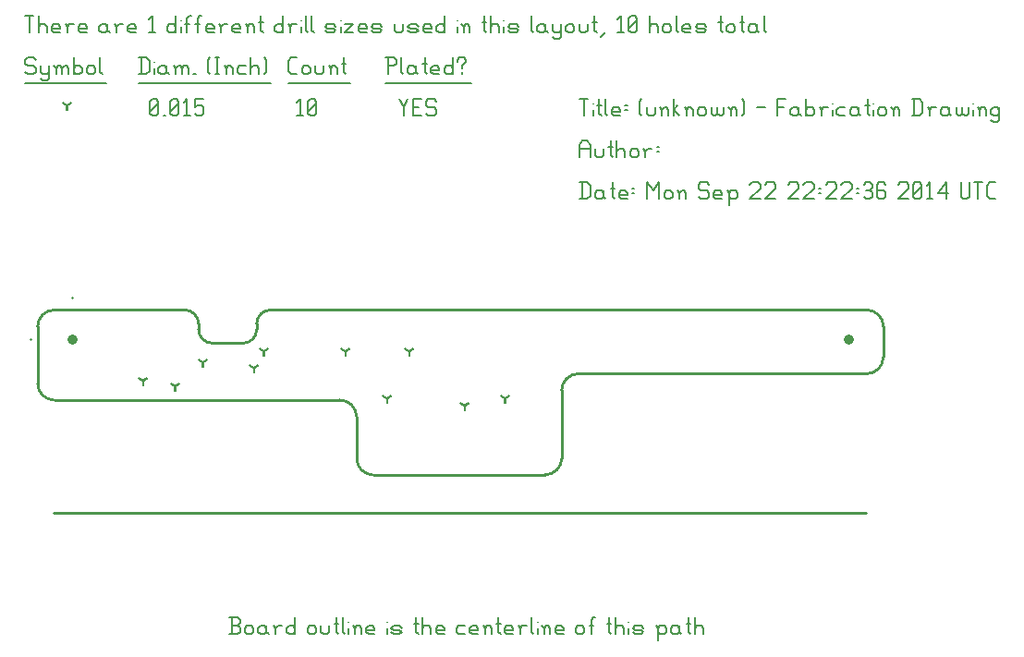
<source format=gbr>
G04 start of page 13 for group -3984 idx -3984 *
G04 Title: (unknown), fab *
G04 Creator: pcb 20110918 *
G04 CreationDate: Mon Sep 22 22:22:36 2014 UTC *
G04 For: fosse *
G04 Format: Gerber/RS-274X *
G04 PCB-Dimensions: 320000 125000 *
G04 PCB-Coordinate-Origin: lower left *
%MOIN*%
%FSLAX25Y25*%
%LNFAB*%
%ADD55C,0.0100*%
%ADD54C,0.0075*%
%ADD53C,0.0060*%
%ADD52C,0.0001*%
%ADD51R,0.0080X0.0080*%
G54D51*X158500Y73000D02*Y71400D01*
G54D52*G36*
X157954Y73147D02*X160033Y74346D01*
X160433Y73653D01*
X158353Y72454D01*
X157954Y73147D01*
G37*
G36*
X158647Y72454D02*X156567Y73653D01*
X156967Y74346D01*
X159046Y73147D01*
X158647Y72454D01*
G37*
G54D51*X173000Y75500D02*Y73900D01*
G54D52*G36*
X172454Y75647D02*X174533Y76846D01*
X174933Y76153D01*
X172853Y74954D01*
X172454Y75647D01*
G37*
G36*
X173147Y74954D02*X171067Y76153D01*
X171467Y76846D01*
X173546Y75647D01*
X173147Y74954D01*
G37*
G54D51*X138500Y92500D02*Y90900D01*
G54D52*G36*
X137954Y92647D02*X140033Y93846D01*
X140433Y93153D01*
X138353Y91954D01*
X137954Y92647D01*
G37*
G36*
X138647Y91954D02*X136567Y93153D01*
X136967Y93846D01*
X139046Y92647D01*
X138647Y91954D01*
G37*
G54D51*X115500Y92500D02*Y90900D01*
G54D52*G36*
X114954Y92647D02*X117033Y93846D01*
X117433Y93153D01*
X115353Y91954D01*
X114954Y92647D01*
G37*
G36*
X115647Y91954D02*X113567Y93153D01*
X113967Y93846D01*
X116046Y92647D01*
X115647Y91954D01*
G37*
G54D51*X86000Y92500D02*Y90900D01*
G54D52*G36*
X85454Y92647D02*X87533Y93846D01*
X87933Y93153D01*
X85853Y91954D01*
X85454Y92647D01*
G37*
G36*
X86147Y91954D02*X84067Y93153D01*
X84467Y93846D01*
X86546Y92647D01*
X86147Y91954D01*
G37*
G54D51*X130500Y75500D02*Y73900D01*
G54D52*G36*
X129954Y75647D02*X132033Y76846D01*
X132433Y76153D01*
X130353Y74954D01*
X129954Y75647D01*
G37*
G36*
X130647Y74954D02*X128567Y76153D01*
X128967Y76846D01*
X131046Y75647D01*
X130647Y74954D01*
G37*
G54D51*X54000Y80000D02*Y78400D01*
G54D52*G36*
X53454Y80147D02*X55533Y81346D01*
X55933Y80653D01*
X53853Y79454D01*
X53454Y80147D01*
G37*
G36*
X54147Y79454D02*X52067Y80653D01*
X52467Y81346D01*
X54546Y80147D01*
X54147Y79454D01*
G37*
G54D51*X82500Y86500D02*Y84900D01*
G54D52*G36*
X81954Y86647D02*X84033Y87846D01*
X84433Y87153D01*
X82353Y85954D01*
X81954Y86647D01*
G37*
G36*
X82647Y85954D02*X80567Y87153D01*
X80967Y87846D01*
X83046Y86647D01*
X82647Y85954D01*
G37*
G54D51*X42500Y82000D02*Y80400D01*
G54D52*G36*
X41954Y82147D02*X44033Y83346D01*
X44433Y82653D01*
X42353Y81454D01*
X41954Y82147D01*
G37*
G36*
X42647Y81454D02*X40567Y82653D01*
X40967Y83346D01*
X43046Y82147D01*
X42647Y81454D01*
G37*
G54D51*X64000Y88500D02*Y86900D01*
G54D52*G36*
X63454Y88647D02*X65533Y89846D01*
X65933Y89153D01*
X63853Y87954D01*
X63454Y88647D01*
G37*
G36*
X64147Y87954D02*X62067Y89153D01*
X62467Y89846D01*
X64546Y88647D01*
X64147Y87954D01*
G37*
G54D51*X15000Y181250D02*Y179650D01*
G54D52*G36*
X14454Y181397D02*X16533Y182596D01*
X16933Y181903D01*
X14853Y180704D01*
X14454Y181397D01*
G37*
G36*
X15147Y180704D02*X13067Y181903D01*
X13467Y182596D01*
X15546Y181397D01*
X15147Y180704D01*
G37*
G54D53*X135000Y183500D02*X136500Y180500D01*
X138000Y183500D01*
X136500Y180500D02*Y177500D01*
X139800Y180800D02*X142050D01*
X139800Y177500D02*X142800D01*
X139800Y183500D02*Y177500D01*
Y183500D02*X142800D01*
X147600D02*X148350Y182750D01*
X145350Y183500D02*X147600D01*
X144600Y182750D02*X145350Y183500D01*
X144600Y182750D02*Y181250D01*
X145350Y180500D01*
X147600D01*
X148350Y179750D01*
Y178250D01*
X147600Y177500D02*X148350Y178250D01*
X145350Y177500D02*X147600D01*
X144600Y178250D02*X145350Y177500D01*
X98000Y182300D02*X99200Y183500D01*
Y177500D01*
X98000D02*X100250D01*
X102050Y178250D02*X102800Y177500D01*
X102050Y182750D02*Y178250D01*
Y182750D02*X102800Y183500D01*
X104300D01*
X105050Y182750D01*
Y178250D01*
X104300Y177500D02*X105050Y178250D01*
X102800Y177500D02*X104300D01*
X102050Y179000D02*X105050Y182000D01*
X45000Y178250D02*X45750Y177500D01*
X45000Y182750D02*Y178250D01*
Y182750D02*X45750Y183500D01*
X47250D01*
X48000Y182750D01*
Y178250D01*
X47250Y177500D02*X48000Y178250D01*
X45750Y177500D02*X47250D01*
X45000Y179000D02*X48000Y182000D01*
X49800Y177500D02*X50550D01*
X52350Y178250D02*X53100Y177500D01*
X52350Y182750D02*Y178250D01*
Y182750D02*X53100Y183500D01*
X54600D01*
X55350Y182750D01*
Y178250D01*
X54600Y177500D02*X55350Y178250D01*
X53100Y177500D02*X54600D01*
X52350Y179000D02*X55350Y182000D01*
X57150Y182300D02*X58350Y183500D01*
Y177500D01*
X57150D02*X59400D01*
X61200Y183500D02*X64200D01*
X61200D02*Y180500D01*
X61950Y181250D01*
X63450D01*
X64200Y180500D01*
Y178250D01*
X63450Y177500D02*X64200Y178250D01*
X61950Y177500D02*X63450D01*
X61200Y178250D02*X61950Y177500D01*
X3000Y198500D02*X3750Y197750D01*
X750Y198500D02*X3000D01*
X0Y197750D02*X750Y198500D01*
X0Y197750D02*Y196250D01*
X750Y195500D01*
X3000D01*
X3750Y194750D01*
Y193250D01*
X3000Y192500D02*X3750Y193250D01*
X750Y192500D02*X3000D01*
X0Y193250D02*X750Y192500D01*
X5550Y195500D02*Y193250D01*
X6300Y192500D01*
X8550Y195500D02*Y191000D01*
X7800Y190250D02*X8550Y191000D01*
X6300Y190250D02*X7800D01*
X5550Y191000D02*X6300Y190250D01*
Y192500D02*X7800D01*
X8550Y193250D01*
X11100Y194750D02*Y192500D01*
Y194750D02*X11850Y195500D01*
X12600D01*
X13350Y194750D01*
Y192500D01*
Y194750D02*X14100Y195500D01*
X14850D01*
X15600Y194750D01*
Y192500D01*
X10350Y195500D02*X11100Y194750D01*
X17400Y198500D02*Y192500D01*
Y193250D02*X18150Y192500D01*
X19650D01*
X20400Y193250D01*
Y194750D02*Y193250D01*
X19650Y195500D02*X20400Y194750D01*
X18150Y195500D02*X19650D01*
X17400Y194750D02*X18150Y195500D01*
X22200Y194750D02*Y193250D01*
Y194750D02*X22950Y195500D01*
X24450D01*
X25200Y194750D01*
Y193250D01*
X24450Y192500D02*X25200Y193250D01*
X22950Y192500D02*X24450D01*
X22200Y193250D02*X22950Y192500D01*
X27000Y198500D02*Y193250D01*
X27750Y192500D01*
X0Y189250D02*X29250D01*
X41750Y198500D02*Y192500D01*
X43700Y198500D02*X44750Y197450D01*
Y193550D01*
X43700Y192500D02*X44750Y193550D01*
X41000Y192500D02*X43700D01*
X41000Y198500D02*X43700D01*
G54D54*X46550Y197000D02*Y196850D01*
G54D53*Y194750D02*Y192500D01*
X50300Y195500D02*X51050Y194750D01*
X48800Y195500D02*X50300D01*
X48050Y194750D02*X48800Y195500D01*
X48050Y194750D02*Y193250D01*
X48800Y192500D01*
X51050Y195500D02*Y193250D01*
X51800Y192500D01*
X48800D02*X50300D01*
X51050Y193250D01*
X54350Y194750D02*Y192500D01*
Y194750D02*X55100Y195500D01*
X55850D01*
X56600Y194750D01*
Y192500D01*
Y194750D02*X57350Y195500D01*
X58100D01*
X58850Y194750D01*
Y192500D01*
X53600Y195500D02*X54350Y194750D01*
X60650Y192500D02*X61400D01*
X65900Y193250D02*X66650Y192500D01*
X65900Y197750D02*X66650Y198500D01*
X65900Y197750D02*Y193250D01*
X68450Y198500D02*X69950D01*
X69200D02*Y192500D01*
X68450D02*X69950D01*
X72500Y194750D02*Y192500D01*
Y194750D02*X73250Y195500D01*
X74000D01*
X74750Y194750D01*
Y192500D01*
X71750Y195500D02*X72500Y194750D01*
X77300Y195500D02*X79550D01*
X76550Y194750D02*X77300Y195500D01*
X76550Y194750D02*Y193250D01*
X77300Y192500D01*
X79550D01*
X81350Y198500D02*Y192500D01*
Y194750D02*X82100Y195500D01*
X83600D01*
X84350Y194750D01*
Y192500D01*
X86150Y198500D02*X86900Y197750D01*
Y193250D01*
X86150Y192500D02*X86900Y193250D01*
X41000Y189250D02*X88700D01*
X96050Y192500D02*X98000D01*
X95000Y193550D02*X96050Y192500D01*
X95000Y197450D02*Y193550D01*
Y197450D02*X96050Y198500D01*
X98000D01*
X99800Y194750D02*Y193250D01*
Y194750D02*X100550Y195500D01*
X102050D01*
X102800Y194750D01*
Y193250D01*
X102050Y192500D02*X102800Y193250D01*
X100550Y192500D02*X102050D01*
X99800Y193250D02*X100550Y192500D01*
X104600Y195500D02*Y193250D01*
X105350Y192500D01*
X106850D01*
X107600Y193250D01*
Y195500D02*Y193250D01*
X110150Y194750D02*Y192500D01*
Y194750D02*X110900Y195500D01*
X111650D01*
X112400Y194750D01*
Y192500D01*
X109400Y195500D02*X110150Y194750D01*
X114950Y198500D02*Y193250D01*
X115700Y192500D01*
X114200Y196250D02*X115700D01*
X95000Y189250D02*X117200D01*
X130750Y198500D02*Y192500D01*
X130000Y198500D02*X133000D01*
X133750Y197750D01*
Y196250D01*
X133000Y195500D02*X133750Y196250D01*
X130750Y195500D02*X133000D01*
X135550Y198500D02*Y193250D01*
X136300Y192500D01*
X140050Y195500D02*X140800Y194750D01*
X138550Y195500D02*X140050D01*
X137800Y194750D02*X138550Y195500D01*
X137800Y194750D02*Y193250D01*
X138550Y192500D01*
X140800Y195500D02*Y193250D01*
X141550Y192500D01*
X138550D02*X140050D01*
X140800Y193250D01*
X144100Y198500D02*Y193250D01*
X144850Y192500D01*
X143350Y196250D02*X144850D01*
X147100Y192500D02*X149350D01*
X146350Y193250D02*X147100Y192500D01*
X146350Y194750D02*Y193250D01*
Y194750D02*X147100Y195500D01*
X148600D01*
X149350Y194750D01*
X146350Y194000D02*X149350D01*
Y194750D02*Y194000D01*
X154150Y198500D02*Y192500D01*
X153400D02*X154150Y193250D01*
X151900Y192500D02*X153400D01*
X151150Y193250D02*X151900Y192500D01*
X151150Y194750D02*Y193250D01*
Y194750D02*X151900Y195500D01*
X153400D01*
X154150Y194750D01*
X157450Y195500D02*Y194750D01*
Y193250D02*Y192500D01*
X155950Y197750D02*Y197000D01*
Y197750D02*X156700Y198500D01*
X158200D01*
X158950Y197750D01*
Y197000D01*
X157450Y195500D02*X158950Y197000D01*
X130000Y189250D02*X160750D01*
X0Y213500D02*X3000D01*
X1500D02*Y207500D01*
X4800Y213500D02*Y207500D01*
Y209750D02*X5550Y210500D01*
X7050D01*
X7800Y209750D01*
Y207500D01*
X10350D02*X12600D01*
X9600Y208250D02*X10350Y207500D01*
X9600Y209750D02*Y208250D01*
Y209750D02*X10350Y210500D01*
X11850D01*
X12600Y209750D01*
X9600Y209000D02*X12600D01*
Y209750D02*Y209000D01*
X15150Y209750D02*Y207500D01*
Y209750D02*X15900Y210500D01*
X17400D01*
X14400D02*X15150Y209750D01*
X19950Y207500D02*X22200D01*
X19200Y208250D02*X19950Y207500D01*
X19200Y209750D02*Y208250D01*
Y209750D02*X19950Y210500D01*
X21450D01*
X22200Y209750D01*
X19200Y209000D02*X22200D01*
Y209750D02*Y209000D01*
X28950Y210500D02*X29700Y209750D01*
X27450Y210500D02*X28950D01*
X26700Y209750D02*X27450Y210500D01*
X26700Y209750D02*Y208250D01*
X27450Y207500D01*
X29700Y210500D02*Y208250D01*
X30450Y207500D01*
X27450D02*X28950D01*
X29700Y208250D01*
X33000Y209750D02*Y207500D01*
Y209750D02*X33750Y210500D01*
X35250D01*
X32250D02*X33000Y209750D01*
X37800Y207500D02*X40050D01*
X37050Y208250D02*X37800Y207500D01*
X37050Y209750D02*Y208250D01*
Y209750D02*X37800Y210500D01*
X39300D01*
X40050Y209750D01*
X37050Y209000D02*X40050D01*
Y209750D02*Y209000D01*
X44550Y212300D02*X45750Y213500D01*
Y207500D01*
X44550D02*X46800D01*
X54300Y213500D02*Y207500D01*
X53550D02*X54300Y208250D01*
X52050Y207500D02*X53550D01*
X51300Y208250D02*X52050Y207500D01*
X51300Y209750D02*Y208250D01*
Y209750D02*X52050Y210500D01*
X53550D01*
X54300Y209750D01*
G54D54*X56100Y212000D02*Y211850D01*
G54D53*Y209750D02*Y207500D01*
X58350Y212750D02*Y207500D01*
Y212750D02*X59100Y213500D01*
X59850D01*
X57600Y210500D02*X59100D01*
X62100Y212750D02*Y207500D01*
Y212750D02*X62850Y213500D01*
X63600D01*
X61350Y210500D02*X62850D01*
X65850Y207500D02*X68100D01*
X65100Y208250D02*X65850Y207500D01*
X65100Y209750D02*Y208250D01*
Y209750D02*X65850Y210500D01*
X67350D01*
X68100Y209750D01*
X65100Y209000D02*X68100D01*
Y209750D02*Y209000D01*
X70650Y209750D02*Y207500D01*
Y209750D02*X71400Y210500D01*
X72900D01*
X69900D02*X70650Y209750D01*
X75450Y207500D02*X77700D01*
X74700Y208250D02*X75450Y207500D01*
X74700Y209750D02*Y208250D01*
Y209750D02*X75450Y210500D01*
X76950D01*
X77700Y209750D01*
X74700Y209000D02*X77700D01*
Y209750D02*Y209000D01*
X80250Y209750D02*Y207500D01*
Y209750D02*X81000Y210500D01*
X81750D01*
X82500Y209750D01*
Y207500D01*
X79500Y210500D02*X80250Y209750D01*
X85050Y213500D02*Y208250D01*
X85800Y207500D01*
X84300Y211250D02*X85800D01*
X93000Y213500D02*Y207500D01*
X92250D02*X93000Y208250D01*
X90750Y207500D02*X92250D01*
X90000Y208250D02*X90750Y207500D01*
X90000Y209750D02*Y208250D01*
Y209750D02*X90750Y210500D01*
X92250D01*
X93000Y209750D01*
X95550D02*Y207500D01*
Y209750D02*X96300Y210500D01*
X97800D01*
X94800D02*X95550Y209750D01*
G54D54*X99600Y212000D02*Y211850D01*
G54D53*Y209750D02*Y207500D01*
X101100Y213500D02*Y208250D01*
X101850Y207500D01*
X103350Y213500D02*Y208250D01*
X104100Y207500D01*
X109050D02*X111300D01*
X112050Y208250D01*
X111300Y209000D02*X112050Y208250D01*
X109050Y209000D02*X111300D01*
X108300Y209750D02*X109050Y209000D01*
X108300Y209750D02*X109050Y210500D01*
X111300D01*
X112050Y209750D01*
X108300Y208250D02*X109050Y207500D01*
G54D54*X113850Y212000D02*Y211850D01*
G54D53*Y209750D02*Y207500D01*
X115350Y210500D02*X118350D01*
X115350Y207500D02*X118350Y210500D01*
X115350Y207500D02*X118350D01*
X120900D02*X123150D01*
X120150Y208250D02*X120900Y207500D01*
X120150Y209750D02*Y208250D01*
Y209750D02*X120900Y210500D01*
X122400D01*
X123150Y209750D01*
X120150Y209000D02*X123150D01*
Y209750D02*Y209000D01*
X125700Y207500D02*X127950D01*
X128700Y208250D01*
X127950Y209000D02*X128700Y208250D01*
X125700Y209000D02*X127950D01*
X124950Y209750D02*X125700Y209000D01*
X124950Y209750D02*X125700Y210500D01*
X127950D01*
X128700Y209750D01*
X124950Y208250D02*X125700Y207500D01*
X133200Y210500D02*Y208250D01*
X133950Y207500D01*
X135450D01*
X136200Y208250D01*
Y210500D02*Y208250D01*
X138750Y207500D02*X141000D01*
X141750Y208250D01*
X141000Y209000D02*X141750Y208250D01*
X138750Y209000D02*X141000D01*
X138000Y209750D02*X138750Y209000D01*
X138000Y209750D02*X138750Y210500D01*
X141000D01*
X141750Y209750D01*
X138000Y208250D02*X138750Y207500D01*
X144300D02*X146550D01*
X143550Y208250D02*X144300Y207500D01*
X143550Y209750D02*Y208250D01*
Y209750D02*X144300Y210500D01*
X145800D01*
X146550Y209750D01*
X143550Y209000D02*X146550D01*
Y209750D02*Y209000D01*
X151350Y213500D02*Y207500D01*
X150600D02*X151350Y208250D01*
X149100Y207500D02*X150600D01*
X148350Y208250D02*X149100Y207500D01*
X148350Y209750D02*Y208250D01*
Y209750D02*X149100Y210500D01*
X150600D01*
X151350Y209750D01*
G54D54*X155850Y212000D02*Y211850D01*
G54D53*Y209750D02*Y207500D01*
X158100Y209750D02*Y207500D01*
Y209750D02*X158850Y210500D01*
X159600D01*
X160350Y209750D01*
Y207500D01*
X157350Y210500D02*X158100Y209750D01*
X165600Y213500D02*Y208250D01*
X166350Y207500D01*
X164850Y211250D02*X166350D01*
X167850Y213500D02*Y207500D01*
Y209750D02*X168600Y210500D01*
X170100D01*
X170850Y209750D01*
Y207500D01*
G54D54*X172650Y212000D02*Y211850D01*
G54D53*Y209750D02*Y207500D01*
X174900D02*X177150D01*
X177900Y208250D01*
X177150Y209000D02*X177900Y208250D01*
X174900Y209000D02*X177150D01*
X174150Y209750D02*X174900Y209000D01*
X174150Y209750D02*X174900Y210500D01*
X177150D01*
X177900Y209750D01*
X174150Y208250D02*X174900Y207500D01*
X182400Y213500D02*Y208250D01*
X183150Y207500D01*
X186900Y210500D02*X187650Y209750D01*
X185400Y210500D02*X186900D01*
X184650Y209750D02*X185400Y210500D01*
X184650Y209750D02*Y208250D01*
X185400Y207500D01*
X187650Y210500D02*Y208250D01*
X188400Y207500D01*
X185400D02*X186900D01*
X187650Y208250D01*
X190200Y210500D02*Y208250D01*
X190950Y207500D01*
X193200Y210500D02*Y206000D01*
X192450Y205250D02*X193200Y206000D01*
X190950Y205250D02*X192450D01*
X190200Y206000D02*X190950Y205250D01*
Y207500D02*X192450D01*
X193200Y208250D01*
X195000Y209750D02*Y208250D01*
Y209750D02*X195750Y210500D01*
X197250D01*
X198000Y209750D01*
Y208250D01*
X197250Y207500D02*X198000Y208250D01*
X195750Y207500D02*X197250D01*
X195000Y208250D02*X195750Y207500D01*
X199800Y210500D02*Y208250D01*
X200550Y207500D01*
X202050D01*
X202800Y208250D01*
Y210500D02*Y208250D01*
X205350Y213500D02*Y208250D01*
X206100Y207500D01*
X204600Y211250D02*X206100D01*
X207600Y206000D02*X209100Y207500D01*
X213600Y212300D02*X214800Y213500D01*
Y207500D01*
X213600D02*X215850D01*
X217650Y208250D02*X218400Y207500D01*
X217650Y212750D02*Y208250D01*
Y212750D02*X218400Y213500D01*
X219900D01*
X220650Y212750D01*
Y208250D01*
X219900Y207500D02*X220650Y208250D01*
X218400Y207500D02*X219900D01*
X217650Y209000D02*X220650Y212000D01*
X225150Y213500D02*Y207500D01*
Y209750D02*X225900Y210500D01*
X227400D01*
X228150Y209750D01*
Y207500D01*
X229950Y209750D02*Y208250D01*
Y209750D02*X230700Y210500D01*
X232200D01*
X232950Y209750D01*
Y208250D01*
X232200Y207500D02*X232950Y208250D01*
X230700Y207500D02*X232200D01*
X229950Y208250D02*X230700Y207500D01*
X234750Y213500D02*Y208250D01*
X235500Y207500D01*
X237750D02*X240000D01*
X237000Y208250D02*X237750Y207500D01*
X237000Y209750D02*Y208250D01*
Y209750D02*X237750Y210500D01*
X239250D01*
X240000Y209750D01*
X237000Y209000D02*X240000D01*
Y209750D02*Y209000D01*
X242550Y207500D02*X244800D01*
X245550Y208250D01*
X244800Y209000D02*X245550Y208250D01*
X242550Y209000D02*X244800D01*
X241800Y209750D02*X242550Y209000D01*
X241800Y209750D02*X242550Y210500D01*
X244800D01*
X245550Y209750D01*
X241800Y208250D02*X242550Y207500D01*
X250800Y213500D02*Y208250D01*
X251550Y207500D01*
X250050Y211250D02*X251550D01*
X253050Y209750D02*Y208250D01*
Y209750D02*X253800Y210500D01*
X255300D01*
X256050Y209750D01*
Y208250D01*
X255300Y207500D02*X256050Y208250D01*
X253800Y207500D02*X255300D01*
X253050Y208250D02*X253800Y207500D01*
X258600Y213500D02*Y208250D01*
X259350Y207500D01*
X257850Y211250D02*X259350D01*
X263100Y210500D02*X263850Y209750D01*
X261600Y210500D02*X263100D01*
X260850Y209750D02*X261600Y210500D01*
X260850Y209750D02*Y208250D01*
X261600Y207500D01*
X263850Y210500D02*Y208250D01*
X264600Y207500D01*
X261600D02*X263100D01*
X263850Y208250D01*
X266400Y213500D02*Y208250D01*
X267150Y207500D01*
G54D55*X16950Y111901D02*X16940Y111911D01*
X1941Y96912D02*X1940Y96911D01*
X18137Y96921D02*X17741Y97859D01*
X16884Y98174D01*
X16026Y97859D01*
X15636Y96921D01*
X16026Y95987D01*
X16884Y95673D01*
X17741Y95987D01*
X18137Y96921D01*
X298139D02*X297743Y97859D01*
X296885Y98174D01*
X296028Y97859D01*
X295638Y96921D01*
X296028Y95987D01*
X296885Y95673D01*
X297743Y95987D01*
X298139Y96921D01*
X18121Y96919D02*X17724Y95980D01*
X16867Y95666D01*
X16010Y95980D01*
X15620Y96919D01*
X16010Y97853D01*
X16867Y98168D01*
X17724Y97853D01*
X18121Y96919D01*
X298117D02*X297721Y95980D01*
X296864Y95666D01*
X296007Y95980D01*
X295616Y96919D01*
X296007Y97853D01*
X296864Y98168D01*
X297721Y97853D01*
X298117Y96919D01*
X125890Y34421D02*X303087D01*
X16884Y98174D02*Y95673D01*
X15636Y96921D02*X18137D01*
X296885Y98174D02*Y95673D01*
X298139Y96921D02*X295638D01*
X10284Y34372D02*X303084D01*
X67500Y95500D02*X78500D01*
X62500Y102500D02*Y100500D01*
X83500Y102500D02*Y100500D01*
X113500Y75000D02*X10455D01*
X88500Y107500D02*X303500D01*
X10500D02*X57500D01*
X4500Y101500D02*Y81000D01*
X119500Y69000D02*Y54000D01*
X125500Y48000D02*X187500D01*
X193500Y54000D02*Y78500D01*
X199500Y84500D02*X303500D01*
X309500Y90500D02*Y101500D01*
X62500Y100500D02*G75*G03X67500Y95500I5000J0D01*G01*
X78500D02*G75*G03X83500Y100500I0J5000D01*G01*
X62500Y102500D02*G75*G03X57500Y107500I-5000J0D01*G01*
X88500D02*G75*G03X83500Y102500I0J-5000D01*G01*
X10455Y75000D02*G75*G02X4500Y80955I0J5955D01*G01*
X303500Y107500D02*G75*G02X309500Y101500I0J-6000D01*G01*
X4500Y101545D02*G75*G02X10455Y107500I5955J0D01*G01*
X193500Y54000D02*G75*G02X187545Y48045I-5955J0D01*G01*
X193500Y78500D02*G75*G02X199455Y84455I5955J0D01*G01*
X113500Y75000D02*G75*G02X119455Y69045I0J-5955D01*G01*
X125500Y48000D02*G75*G02X119545Y53955I0J5955D01*G01*
X303500Y84500D02*G75*G03X309500Y90500I0J6000D01*G01*
G54D53*X73675Y-9500D02*X76675D01*
X77425Y-8750D01*
Y-6950D02*Y-8750D01*
X76675Y-6200D02*X77425Y-6950D01*
X74425Y-6200D02*X76675D01*
X74425Y-3500D02*Y-9500D01*
X73675Y-3500D02*X76675D01*
X77425Y-4250D01*
Y-5450D01*
X76675Y-6200D02*X77425Y-5450D01*
X79225Y-7250D02*Y-8750D01*
Y-7250D02*X79975Y-6500D01*
X81475D01*
X82225Y-7250D01*
Y-8750D01*
X81475Y-9500D02*X82225Y-8750D01*
X79975Y-9500D02*X81475D01*
X79225Y-8750D02*X79975Y-9500D01*
X86275Y-6500D02*X87025Y-7250D01*
X84775Y-6500D02*X86275D01*
X84025Y-7250D02*X84775Y-6500D01*
X84025Y-7250D02*Y-8750D01*
X84775Y-9500D01*
X87025Y-6500D02*Y-8750D01*
X87775Y-9500D01*
X84775D02*X86275D01*
X87025Y-8750D01*
X90325Y-7250D02*Y-9500D01*
Y-7250D02*X91075Y-6500D01*
X92575D01*
X89575D02*X90325Y-7250D01*
X97375Y-3500D02*Y-9500D01*
X96625D02*X97375Y-8750D01*
X95125Y-9500D02*X96625D01*
X94375Y-8750D02*X95125Y-9500D01*
X94375Y-7250D02*Y-8750D01*
Y-7250D02*X95125Y-6500D01*
X96625D01*
X97375Y-7250D01*
X101875D02*Y-8750D01*
Y-7250D02*X102625Y-6500D01*
X104125D01*
X104875Y-7250D01*
Y-8750D01*
X104125Y-9500D02*X104875Y-8750D01*
X102625Y-9500D02*X104125D01*
X101875Y-8750D02*X102625Y-9500D01*
X106675Y-6500D02*Y-8750D01*
X107425Y-9500D01*
X108925D01*
X109675Y-8750D01*
Y-6500D02*Y-8750D01*
X112225Y-3500D02*Y-8750D01*
X112975Y-9500D01*
X111475Y-5750D02*X112975D01*
X114475Y-3500D02*Y-8750D01*
X115225Y-9500D01*
G54D54*X116725Y-5000D02*Y-5150D01*
G54D53*Y-7250D02*Y-9500D01*
X118975Y-7250D02*Y-9500D01*
Y-7250D02*X119725Y-6500D01*
X120475D01*
X121225Y-7250D01*
Y-9500D01*
X118225Y-6500D02*X118975Y-7250D01*
X123775Y-9500D02*X126025D01*
X123025Y-8750D02*X123775Y-9500D01*
X123025Y-7250D02*Y-8750D01*
Y-7250D02*X123775Y-6500D01*
X125275D01*
X126025Y-7250D01*
X123025Y-8000D02*X126025D01*
Y-7250D02*Y-8000D01*
G54D54*X130525Y-5000D02*Y-5150D01*
G54D53*Y-7250D02*Y-9500D01*
X132775D02*X135025D01*
X135775Y-8750D01*
X135025Y-8000D02*X135775Y-8750D01*
X132775Y-8000D02*X135025D01*
X132025Y-7250D02*X132775Y-8000D01*
X132025Y-7250D02*X132775Y-6500D01*
X135025D01*
X135775Y-7250D01*
X132025Y-8750D02*X132775Y-9500D01*
X141025Y-3500D02*Y-8750D01*
X141775Y-9500D01*
X140275Y-5750D02*X141775D01*
X143275Y-3500D02*Y-9500D01*
Y-7250D02*X144025Y-6500D01*
X145525D01*
X146275Y-7250D01*
Y-9500D01*
X148825D02*X151075D01*
X148075Y-8750D02*X148825Y-9500D01*
X148075Y-7250D02*Y-8750D01*
Y-7250D02*X148825Y-6500D01*
X150325D01*
X151075Y-7250D01*
X148075Y-8000D02*X151075D01*
Y-7250D02*Y-8000D01*
X156325Y-6500D02*X158575D01*
X155575Y-7250D02*X156325Y-6500D01*
X155575Y-7250D02*Y-8750D01*
X156325Y-9500D01*
X158575D01*
X161125D02*X163375D01*
X160375Y-8750D02*X161125Y-9500D01*
X160375Y-7250D02*Y-8750D01*
Y-7250D02*X161125Y-6500D01*
X162625D01*
X163375Y-7250D01*
X160375Y-8000D02*X163375D01*
Y-7250D02*Y-8000D01*
X165925Y-7250D02*Y-9500D01*
Y-7250D02*X166675Y-6500D01*
X167425D01*
X168175Y-7250D01*
Y-9500D01*
X165175Y-6500D02*X165925Y-7250D01*
X170725Y-3500D02*Y-8750D01*
X171475Y-9500D01*
X169975Y-5750D02*X171475D01*
X173725Y-9500D02*X175975D01*
X172975Y-8750D02*X173725Y-9500D01*
X172975Y-7250D02*Y-8750D01*
Y-7250D02*X173725Y-6500D01*
X175225D01*
X175975Y-7250D01*
X172975Y-8000D02*X175975D01*
Y-7250D02*Y-8000D01*
X178525Y-7250D02*Y-9500D01*
Y-7250D02*X179275Y-6500D01*
X180775D01*
X177775D02*X178525Y-7250D01*
X182575Y-3500D02*Y-8750D01*
X183325Y-9500D01*
G54D54*X184825Y-5000D02*Y-5150D01*
G54D53*Y-7250D02*Y-9500D01*
X187075Y-7250D02*Y-9500D01*
Y-7250D02*X187825Y-6500D01*
X188575D01*
X189325Y-7250D01*
Y-9500D01*
X186325Y-6500D02*X187075Y-7250D01*
X191875Y-9500D02*X194125D01*
X191125Y-8750D02*X191875Y-9500D01*
X191125Y-7250D02*Y-8750D01*
Y-7250D02*X191875Y-6500D01*
X193375D01*
X194125Y-7250D01*
X191125Y-8000D02*X194125D01*
Y-7250D02*Y-8000D01*
X198625Y-7250D02*Y-8750D01*
Y-7250D02*X199375Y-6500D01*
X200875D01*
X201625Y-7250D01*
Y-8750D01*
X200875Y-9500D02*X201625Y-8750D01*
X199375Y-9500D02*X200875D01*
X198625Y-8750D02*X199375Y-9500D01*
X204175Y-4250D02*Y-9500D01*
Y-4250D02*X204925Y-3500D01*
X205675D01*
X203425Y-6500D02*X204925D01*
X210625Y-3500D02*Y-8750D01*
X211375Y-9500D01*
X209875Y-5750D02*X211375D01*
X212875Y-3500D02*Y-9500D01*
Y-7250D02*X213625Y-6500D01*
X215125D01*
X215875Y-7250D01*
Y-9500D01*
G54D54*X217675Y-5000D02*Y-5150D01*
G54D53*Y-7250D02*Y-9500D01*
X219925D02*X222175D01*
X222925Y-8750D01*
X222175Y-8000D02*X222925Y-8750D01*
X219925Y-8000D02*X222175D01*
X219175Y-7250D02*X219925Y-8000D01*
X219175Y-7250D02*X219925Y-6500D01*
X222175D01*
X222925Y-7250D01*
X219175Y-8750D02*X219925Y-9500D01*
X228175Y-7250D02*Y-11750D01*
X227425Y-6500D02*X228175Y-7250D01*
X228925Y-6500D01*
X230425D01*
X231175Y-7250D01*
Y-8750D01*
X230425Y-9500D02*X231175Y-8750D01*
X228925Y-9500D02*X230425D01*
X228175Y-8750D02*X228925Y-9500D01*
X235225Y-6500D02*X235975Y-7250D01*
X233725Y-6500D02*X235225D01*
X232975Y-7250D02*X233725Y-6500D01*
X232975Y-7250D02*Y-8750D01*
X233725Y-9500D01*
X235975Y-6500D02*Y-8750D01*
X236725Y-9500D01*
X233725D02*X235225D01*
X235975Y-8750D01*
X239275Y-3500D02*Y-8750D01*
X240025Y-9500D01*
X238525Y-5750D02*X240025D01*
X241525Y-3500D02*Y-9500D01*
Y-7250D02*X242275Y-6500D01*
X243775D01*
X244525Y-7250D01*
Y-9500D01*
X200750Y153500D02*Y147500D01*
X202700Y153500D02*X203750Y152450D01*
Y148550D01*
X202700Y147500D02*X203750Y148550D01*
X200000Y147500D02*X202700D01*
X200000Y153500D02*X202700D01*
X207800Y150500D02*X208550Y149750D01*
X206300Y150500D02*X207800D01*
X205550Y149750D02*X206300Y150500D01*
X205550Y149750D02*Y148250D01*
X206300Y147500D01*
X208550Y150500D02*Y148250D01*
X209300Y147500D01*
X206300D02*X207800D01*
X208550Y148250D01*
X211850Y153500D02*Y148250D01*
X212600Y147500D01*
X211100Y151250D02*X212600D01*
X214850Y147500D02*X217100D01*
X214100Y148250D02*X214850Y147500D01*
X214100Y149750D02*Y148250D01*
Y149750D02*X214850Y150500D01*
X216350D01*
X217100Y149750D01*
X214100Y149000D02*X217100D01*
Y149750D02*Y149000D01*
X218900Y151250D02*X219650D01*
X218900Y149750D02*X219650D01*
X224150Y153500D02*Y147500D01*
Y153500D02*X226400Y150500D01*
X228650Y153500D01*
Y147500D01*
X230450Y149750D02*Y148250D01*
Y149750D02*X231200Y150500D01*
X232700D01*
X233450Y149750D01*
Y148250D01*
X232700Y147500D02*X233450Y148250D01*
X231200Y147500D02*X232700D01*
X230450Y148250D02*X231200Y147500D01*
X236000Y149750D02*Y147500D01*
Y149750D02*X236750Y150500D01*
X237500D01*
X238250Y149750D01*
Y147500D01*
X235250Y150500D02*X236000Y149750D01*
X245750Y153500D02*X246500Y152750D01*
X243500Y153500D02*X245750D01*
X242750Y152750D02*X243500Y153500D01*
X242750Y152750D02*Y151250D01*
X243500Y150500D01*
X245750D01*
X246500Y149750D01*
Y148250D01*
X245750Y147500D02*X246500Y148250D01*
X243500Y147500D02*X245750D01*
X242750Y148250D02*X243500Y147500D01*
X249050D02*X251300D01*
X248300Y148250D02*X249050Y147500D01*
X248300Y149750D02*Y148250D01*
Y149750D02*X249050Y150500D01*
X250550D01*
X251300Y149750D01*
X248300Y149000D02*X251300D01*
Y149750D02*Y149000D01*
X253850Y149750D02*Y145250D01*
X253100Y150500D02*X253850Y149750D01*
X254600Y150500D01*
X256100D01*
X256850Y149750D01*
Y148250D01*
X256100Y147500D02*X256850Y148250D01*
X254600Y147500D02*X256100D01*
X253850Y148250D02*X254600Y147500D01*
X261350Y152750D02*X262100Y153500D01*
X264350D01*
X265100Y152750D01*
Y151250D01*
X261350Y147500D02*X265100Y151250D01*
X261350Y147500D02*X265100D01*
X266900Y152750D02*X267650Y153500D01*
X269900D01*
X270650Y152750D01*
Y151250D01*
X266900Y147500D02*X270650Y151250D01*
X266900Y147500D02*X270650D01*
X275150Y152750D02*X275900Y153500D01*
X278150D01*
X278900Y152750D01*
Y151250D01*
X275150Y147500D02*X278900Y151250D01*
X275150Y147500D02*X278900D01*
X280700Y152750D02*X281450Y153500D01*
X283700D01*
X284450Y152750D01*
Y151250D01*
X280700Y147500D02*X284450Y151250D01*
X280700Y147500D02*X284450D01*
X286250Y151250D02*X287000D01*
X286250Y149750D02*X287000D01*
X288800Y152750D02*X289550Y153500D01*
X291800D01*
X292550Y152750D01*
Y151250D01*
X288800Y147500D02*X292550Y151250D01*
X288800Y147500D02*X292550D01*
X294350Y152750D02*X295100Y153500D01*
X297350D01*
X298100Y152750D01*
Y151250D01*
X294350Y147500D02*X298100Y151250D01*
X294350Y147500D02*X298100D01*
X299900Y151250D02*X300650D01*
X299900Y149750D02*X300650D01*
X302450Y152750D02*X303200Y153500D01*
X304700D01*
X305450Y152750D01*
X304700Y147500D02*X305450Y148250D01*
X303200Y147500D02*X304700D01*
X302450Y148250D02*X303200Y147500D01*
Y150800D02*X304700D01*
X305450Y152750D02*Y151550D01*
Y150050D02*Y148250D01*
Y150050D02*X304700Y150800D01*
X305450Y151550D02*X304700Y150800D01*
X309500Y153500D02*X310250Y152750D01*
X308000Y153500D02*X309500D01*
X307250Y152750D02*X308000Y153500D01*
X307250Y152750D02*Y148250D01*
X308000Y147500D01*
X309500Y150800D02*X310250Y150050D01*
X307250Y150800D02*X309500D01*
X308000Y147500D02*X309500D01*
X310250Y148250D01*
Y150050D02*Y148250D01*
X314750Y152750D02*X315500Y153500D01*
X317750D01*
X318500Y152750D01*
Y151250D01*
X314750Y147500D02*X318500Y151250D01*
X314750Y147500D02*X318500D01*
X320300Y148250D02*X321050Y147500D01*
X320300Y152750D02*Y148250D01*
Y152750D02*X321050Y153500D01*
X322550D01*
X323300Y152750D01*
Y148250D01*
X322550Y147500D02*X323300Y148250D01*
X321050Y147500D02*X322550D01*
X320300Y149000D02*X323300Y152000D01*
X325100Y152300D02*X326300Y153500D01*
Y147500D01*
X325100D02*X327350D01*
X329150Y149750D02*X332150Y153500D01*
X329150Y149750D02*X332900D01*
X332150Y153500D02*Y147500D01*
X337400Y153500D02*Y148250D01*
X338150Y147500D01*
X339650D01*
X340400Y148250D01*
Y153500D02*Y148250D01*
X342200Y153500D02*X345200D01*
X343700D02*Y147500D01*
X348050D02*X350000D01*
X347000Y148550D02*X348050Y147500D01*
X347000Y152450D02*Y148550D01*
Y152450D02*X348050Y153500D01*
X350000D01*
X200000Y167000D02*Y162500D01*
Y167000D02*X201050Y168500D01*
X202700D01*
X203750Y167000D01*
Y162500D01*
X200000Y165500D02*X203750D01*
X205550D02*Y163250D01*
X206300Y162500D01*
X207800D01*
X208550Y163250D01*
Y165500D02*Y163250D01*
X211100Y168500D02*Y163250D01*
X211850Y162500D01*
X210350Y166250D02*X211850D01*
X213350Y168500D02*Y162500D01*
Y164750D02*X214100Y165500D01*
X215600D01*
X216350Y164750D01*
Y162500D01*
X218150Y164750D02*Y163250D01*
Y164750D02*X218900Y165500D01*
X220400D01*
X221150Y164750D01*
Y163250D01*
X220400Y162500D02*X221150Y163250D01*
X218900Y162500D02*X220400D01*
X218150Y163250D02*X218900Y162500D01*
X223700Y164750D02*Y162500D01*
Y164750D02*X224450Y165500D01*
X225950D01*
X222950D02*X223700Y164750D01*
X227750Y166250D02*X228500D01*
X227750Y164750D02*X228500D01*
X200000Y183500D02*X203000D01*
X201500D02*Y177500D01*
G54D54*X204800Y182000D02*Y181850D01*
G54D53*Y179750D02*Y177500D01*
X207050Y183500D02*Y178250D01*
X207800Y177500D01*
X206300Y181250D02*X207800D01*
X209300Y183500D02*Y178250D01*
X210050Y177500D01*
X212300D02*X214550D01*
X211550Y178250D02*X212300Y177500D01*
X211550Y179750D02*Y178250D01*
Y179750D02*X212300Y180500D01*
X213800D01*
X214550Y179750D01*
X211550Y179000D02*X214550D01*
Y179750D02*Y179000D01*
X216350Y181250D02*X217100D01*
X216350Y179750D02*X217100D01*
X221600Y178250D02*X222350Y177500D01*
X221600Y182750D02*X222350Y183500D01*
X221600Y182750D02*Y178250D01*
X224150Y180500D02*Y178250D01*
X224900Y177500D01*
X226400D01*
X227150Y178250D01*
Y180500D02*Y178250D01*
X229700Y179750D02*Y177500D01*
Y179750D02*X230450Y180500D01*
X231200D01*
X231950Y179750D01*
Y177500D01*
X228950Y180500D02*X229700Y179750D01*
X233750Y183500D02*Y177500D01*
Y179750D02*X236000Y177500D01*
X233750Y179750D02*X235250Y181250D01*
X238550Y179750D02*Y177500D01*
Y179750D02*X239300Y180500D01*
X240050D01*
X240800Y179750D01*
Y177500D01*
X237800Y180500D02*X238550Y179750D01*
X242600D02*Y178250D01*
Y179750D02*X243350Y180500D01*
X244850D01*
X245600Y179750D01*
Y178250D01*
X244850Y177500D02*X245600Y178250D01*
X243350Y177500D02*X244850D01*
X242600Y178250D02*X243350Y177500D01*
X247400Y180500D02*Y178250D01*
X248150Y177500D01*
X248900D01*
X249650Y178250D01*
Y180500D02*Y178250D01*
X250400Y177500D01*
X251150D01*
X251900Y178250D01*
Y180500D02*Y178250D01*
X254450Y179750D02*Y177500D01*
Y179750D02*X255200Y180500D01*
X255950D01*
X256700Y179750D01*
Y177500D01*
X253700Y180500D02*X254450Y179750D01*
X258500Y183500D02*X259250Y182750D01*
Y178250D01*
X258500Y177500D02*X259250Y178250D01*
X263750Y180500D02*X266750D01*
X271250Y183500D02*Y177500D01*
Y183500D02*X274250D01*
X271250Y180800D02*X273500D01*
X278300Y180500D02*X279050Y179750D01*
X276800Y180500D02*X278300D01*
X276050Y179750D02*X276800Y180500D01*
X276050Y179750D02*Y178250D01*
X276800Y177500D01*
X279050Y180500D02*Y178250D01*
X279800Y177500D01*
X276800D02*X278300D01*
X279050Y178250D01*
X281600Y183500D02*Y177500D01*
Y178250D02*X282350Y177500D01*
X283850D01*
X284600Y178250D01*
Y179750D02*Y178250D01*
X283850Y180500D02*X284600Y179750D01*
X282350Y180500D02*X283850D01*
X281600Y179750D02*X282350Y180500D01*
X287150Y179750D02*Y177500D01*
Y179750D02*X287900Y180500D01*
X289400D01*
X286400D02*X287150Y179750D01*
G54D54*X291200Y182000D02*Y181850D01*
G54D53*Y179750D02*Y177500D01*
X293450Y180500D02*X295700D01*
X292700Y179750D02*X293450Y180500D01*
X292700Y179750D02*Y178250D01*
X293450Y177500D01*
X295700D01*
X299750Y180500D02*X300500Y179750D01*
X298250Y180500D02*X299750D01*
X297500Y179750D02*X298250Y180500D01*
X297500Y179750D02*Y178250D01*
X298250Y177500D01*
X300500Y180500D02*Y178250D01*
X301250Y177500D01*
X298250D02*X299750D01*
X300500Y178250D01*
X303800Y183500D02*Y178250D01*
X304550Y177500D01*
X303050Y181250D02*X304550D01*
G54D54*X306050Y182000D02*Y181850D01*
G54D53*Y179750D02*Y177500D01*
X307550Y179750D02*Y178250D01*
Y179750D02*X308300Y180500D01*
X309800D01*
X310550Y179750D01*
Y178250D01*
X309800Y177500D02*X310550Y178250D01*
X308300Y177500D02*X309800D01*
X307550Y178250D02*X308300Y177500D01*
X313100Y179750D02*Y177500D01*
Y179750D02*X313850Y180500D01*
X314600D01*
X315350Y179750D01*
Y177500D01*
X312350Y180500D02*X313100Y179750D01*
X320600Y183500D02*Y177500D01*
X322550Y183500D02*X323600Y182450D01*
Y178550D01*
X322550Y177500D02*X323600Y178550D01*
X319850Y177500D02*X322550D01*
X319850Y183500D02*X322550D01*
X326150Y179750D02*Y177500D01*
Y179750D02*X326900Y180500D01*
X328400D01*
X325400D02*X326150Y179750D01*
X332450Y180500D02*X333200Y179750D01*
X330950Y180500D02*X332450D01*
X330200Y179750D02*X330950Y180500D01*
X330200Y179750D02*Y178250D01*
X330950Y177500D01*
X333200Y180500D02*Y178250D01*
X333950Y177500D01*
X330950D02*X332450D01*
X333200Y178250D01*
X335750Y180500D02*Y178250D01*
X336500Y177500D01*
X337250D01*
X338000Y178250D01*
Y180500D02*Y178250D01*
X338750Y177500D01*
X339500D01*
X340250Y178250D01*
Y180500D02*Y178250D01*
G54D54*X342050Y182000D02*Y181850D01*
G54D53*Y179750D02*Y177500D01*
X344300Y179750D02*Y177500D01*
Y179750D02*X345050Y180500D01*
X345800D01*
X346550Y179750D01*
Y177500D01*
X343550Y180500D02*X344300Y179750D01*
X350600Y180500D02*X351350Y179750D01*
X349100Y180500D02*X350600D01*
X348350Y179750D02*X349100Y180500D01*
X348350Y179750D02*Y178250D01*
X349100Y177500D01*
X350600D01*
X351350Y178250D01*
X348350Y176000D02*X349100Y175250D01*
X350600D01*
X351350Y176000D01*
Y180500D02*Y176000D01*
M02*

</source>
